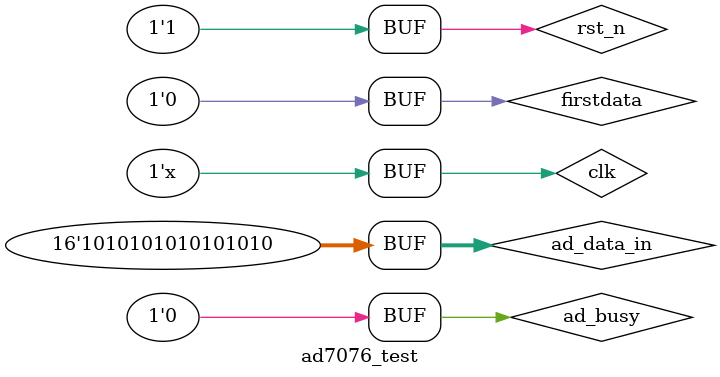
<source format=v>
`timescale 1ns / 1ps


module ad7076_test;

	// Inputs
	reg clk;
	reg rst_n;
	reg[15:0] ad_data_in;
	reg firstdata;
	reg ad_busy;

	// Outputs
	wire ad_cs;
	wire ad_rd;
	wire ad_rst;
	wire convst;
	wire [2:0] ad_os;
	wire [15:0] ads_data_1;
	wire [15:0] ads_data_2;
	wire [15:0] ads_data_3;
	wire [15:0] ads_data_4;
	wire [15:0] ads_data_5;
	wire [15:0] ads_data_6;
	wire [15:0] ads_data_7;
	wire [15:0] ads_data_8;
	wire [15:0] ads_data_9;
	wire [15:0] ads_data_10;
	wire [15:0] ads_data_11;
	wire [15:0] ads_data_12;
	wire [15:0] ads_data_13;
	wire [15:0] ads_data_14;
	wire [15:0] ads_data_15;
	wire [15:0] ads_data_16;
	wire [15:0] ads_data_17;
	wire [15:0] ads_data_18;
	wire [15:0] ads_data_19;
	wire [15:0] ads_data_20;
	wire [15:0] ads_data_21;
	wire [15:0] ads_data_22;
	wire [15:0] ads_data_23;
	wire [15:0] ads_data_24;
	wire [15:0] ads_data_25;
	wire [15:0] ads_data_26;
	wire [15:0] ads_data_27;
	wire [15:0] ads_data_28;
	wire [15:0] ads_data_29;
	wire [15:0] ads_data_30;
	wire [15:0] ads_data_31;
	wire [15:0] ads_data_32;
	wire [15:0] ads_data_33;
	wire [15:0] ads_data_34;
	wire [15:0] ads_data_35;
	wire [15:0] ads_data_36;
	wire [15:0] ads_data_37;
	wire [15:0] ads_data_38;
	wire [15:0] ads_data_39;
	wire [15:0] ads_data_40;
	wire [15:0] ads_data_41;
	wire [15:0] ads_data_42;
	wire [15:0] ads_data_43;
	wire [15:0] ads_data_44;
	wire [15:0] ads_data_45;
	wire [15:0] ads_data_46;
	wire [15:0] ads_data_47;
	wire [15:0] ads_data_48;
	wire [15:0] ads_data_49;
	wire [15:0] ads_data_50;
	wire [15:0] ads_data_51;
	wire [15:0] ads_data_52;
	wire [15:0] ads_data_53;
	wire [15:0] ads_data_54;
	wire [15:0] ads_data_55;
	wire [15:0] ads_data_56;
	wire [15:0] ads_data_57;
	wire [15:0] ads_data_58;
	wire [15:0] ads_data_59;
	wire [15:0] ads_data_60;
	wire [15:0] ads_data_61;
	wire [15:0] ads_data_62;
	wire [15:0] ads_data_63;
	wire [15:0] ads_data_64;
	wire sample_done;

	// Instantiate the Unit Under Test (UUT)
	ad7076_load uut (
		.clk(clk), 
		.rst_n(rst_n), 
		.ad_data_in(ad_data_in), 
		.firstdata(firstdata), 
		.ad_busy(ad_busy), 
		.ad_cs(ad_cs), 
		.ad_rd(ad_rd), 
		.ad_rst(ad_rst), 
		.convst(convst), 
		.ad_os(ad_os), 
		.ads_data_1(ads_data_1), 
		.ads_data_2(ads_data_2), 
		.ads_data_3(ads_data_3), 
		.ads_data_4(ads_data_4), 
		.ads_data_5(ads_data_5), 
		.ads_data_6(ads_data_6), 
		.ads_data_7(ads_data_7), 
		.ads_data_8(ads_data_8), 
		.ads_data_9(ads_data_9), 
		.ads_data_10(ads_data_10), 
		.ads_data_11(ads_data_11), 
		.ads_data_12(ads_data_12), 
		.ads_data_13(ads_data_13), 
		.ads_data_14(ads_data_14), 
		.ads_data_15(ads_data_15), 
		.ads_data_16(ads_data_16), 
		.ads_data_17(ads_data_17), 
		.ads_data_18(ads_data_18), 
		.ads_data_19(ads_data_19), 
		.ads_data_20(ads_data_20), 
		.ads_data_21(ads_data_21), 
		.ads_data_22(ads_data_22), 
		.ads_data_23(ads_data_23), 
		.ads_data_24(ads_data_24), 
		.ads_data_25(ads_data_25), 
		.ads_data_26(ads_data_26), 
		.ads_data_27(ads_data_27), 
		.ads_data_28(ads_data_28), 
		.ads_data_29(ads_data_29), 
		.ads_data_30(ads_data_30), 
		.ads_data_31(ads_data_31), 
		.ads_data_32(ads_data_32), 
		.ads_data_33(ads_data_33), 
		.ads_data_34(ads_data_34), 
		.ads_data_35(ads_data_35), 
		.ads_data_36(ads_data_36), 
		.ads_data_37(ads_data_37), 
		.ads_data_38(ads_data_38), 
		.ads_data_39(ads_data_39), 
		.ads_data_40(ads_data_40), 
		.ads_data_41(ads_data_41), 
		.ads_data_42(ads_data_42), 
		.ads_data_43(ads_data_43), 
		.ads_data_44(ads_data_44), 
		.ads_data_45(ads_data_45), 
		.ads_data_46(ads_data_46), 
		.ads_data_47(ads_data_47), 
		.ads_data_48(ads_data_48), 
		.ads_data_49(ads_data_49), 
		.ads_data_50(ads_data_50), 
		.ads_data_51(ads_data_51), 
		.ads_data_52(ads_data_52), 
		.ads_data_53(ads_data_53), 
		.ads_data_54(ads_data_54), 
		.ads_data_55(ads_data_55), 
		.ads_data_56(ads_data_56), 
		.ads_data_57(ads_data_57), 
		.ads_data_58(ads_data_58), 
		.ads_data_59(ads_data_59), 
		.ads_data_60(ads_data_60), 
		.ads_data_61(ads_data_61), 
		.ads_data_62(ads_data_62), 
		.ads_data_63(ads_data_63), 
		.ads_data_64(ads_data_64), 
		.sample_done(sample_done)
	);

always#10 clk=~clk;
	initial begin
		// Initialize Inputs
		clk = 0;
		rst_n = 0;
		ad_data_in = 0;
		firstdata = 0;
		ad_busy = 0;
		

		// Wait 100 ns for global reset to finish
		#100 rst_n = 1;
		ad_data_in = 16'b1010101010101010;
        
		// Add stimulus here

	end
      
endmodule


</source>
